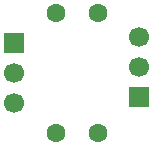
<source format=gbr>
%TF.GenerationSoftware,KiCad,Pcbnew,9.0.3-9.0.3-0~ubuntu22.04.1*%
%TF.CreationDate,2025-08-07T16:27:34-07:00*%
%TF.ProjectId,milkv_hat,6d696c6b-765f-4686-9174-2e6b69636164,rev?*%
%TF.SameCoordinates,Original*%
%TF.FileFunction,Soldermask,Top*%
%TF.FilePolarity,Negative*%
%FSLAX46Y46*%
G04 Gerber Fmt 4.6, Leading zero omitted, Abs format (unit mm)*
G04 Created by KiCad (PCBNEW 9.0.3-9.0.3-0~ubuntu22.04.1) date 2025-08-07 16:27:34*
%MOMM*%
%LPD*%
G01*
G04 APERTURE LIST*
%ADD10R,1.700000X1.700000*%
%ADD11C,1.700000*%
%ADD12C,1.600000*%
G04 APERTURE END LIST*
D10*
%TO.C,J2*%
X124500000Y-68540000D03*
D11*
X124500000Y-66000000D03*
X124500000Y-63460000D03*
%TD*%
D12*
%TO.C,R2*%
X117500000Y-71580000D03*
X117500000Y-61420000D03*
%TD*%
%TO.C,R1*%
X121000000Y-71580000D03*
X121000000Y-61420000D03*
%TD*%
D10*
%TO.C,J1*%
X113900000Y-63975000D03*
D11*
X113900000Y-66515000D03*
X113900000Y-69055000D03*
%TD*%
M02*

</source>
